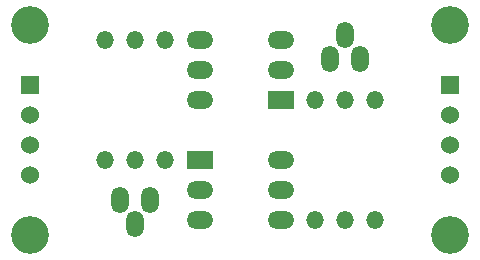
<source format=gts>
G04 (created by PCBNEW (2013-07-07 BZR 4022)-stable) date 5/4/2015 11:50:08 PM*
%MOIN*%
G04 Gerber Fmt 3.4, Leading zero omitted, Abs format*
%FSLAX34Y34*%
G01*
G70*
G90*
G04 APERTURE LIST*
%ADD10C,0.00590551*%
%ADD11O,0.059X0.0885*%
%ADD12O,0.059X0.059*%
%ADD13R,0.06X0.06*%
%ADD14C,0.06*%
%ADD15R,0.0885X0.059*%
%ADD16O,0.0885X0.059*%
%ADD17C,0.125984*%
G04 APERTURE END LIST*
G54D10*
G54D11*
X83500Y-27352D03*
X83000Y-28147D03*
X82500Y-27352D03*
X89500Y-22647D03*
X90000Y-21852D03*
X90500Y-22647D03*
G54D12*
X82000Y-22000D03*
X82000Y-26000D03*
X89000Y-28000D03*
X89000Y-24000D03*
X83000Y-22000D03*
X83000Y-26000D03*
X91000Y-28000D03*
X91000Y-24000D03*
X84000Y-22000D03*
X84000Y-26000D03*
X90000Y-28000D03*
X90000Y-24000D03*
G54D13*
X79500Y-23500D03*
G54D14*
X79500Y-24500D03*
X79500Y-25500D03*
X79500Y-26500D03*
G54D13*
X93500Y-23500D03*
G54D14*
X93500Y-24500D03*
X93500Y-25500D03*
X93500Y-26500D03*
G54D15*
X85147Y-26000D03*
G54D16*
X85147Y-27000D03*
X85147Y-28000D03*
X87852Y-28000D03*
X87852Y-27000D03*
X87852Y-26000D03*
G54D15*
X87852Y-24000D03*
G54D16*
X87852Y-23000D03*
X87852Y-22000D03*
X85147Y-22000D03*
X85147Y-23000D03*
X85147Y-24000D03*
G54D17*
X79500Y-21500D03*
X93500Y-21500D03*
X93500Y-28500D03*
X79500Y-28500D03*
M02*

</source>
